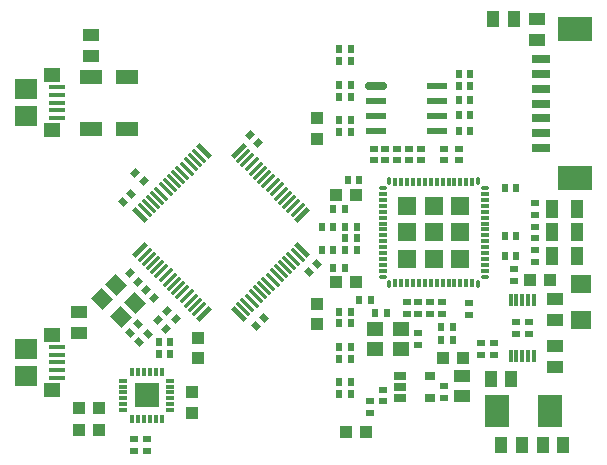
<source format=gtp>
G04 Layer_Color=8421504*
%FSLAX44Y44*%
%MOMM*%
G71*
G01*
G75*
%ADD10R,1.4000X1.1000*%
%ADD11R,1.9000X1.2000*%
%ADD12R,1.4000X1.2000*%
G04:AMPARAMS|DCode=13|XSize=1.4mm|YSize=1.2mm|CornerRadius=0mm|HoleSize=0mm|Usage=FLASHONLY|Rotation=315.000|XOffset=0mm|YOffset=0mm|HoleType=Round|Shape=Rectangle|*
%AMROTATEDRECTD13*
4,1,4,-0.9192,0.0707,-0.0707,0.9192,0.9192,-0.0707,0.0707,-0.9192,-0.9192,0.0707,0.0*
%
%ADD13ROTATEDRECTD13*%

%ADD14R,0.9000X0.6900*%
%ADD15R,0.9900X0.6900*%
%ADD16R,0.3000X1.0000*%
%ADD18R,0.6350X0.5000*%
%ADD19R,0.5000X0.6350*%
G04:AMPARAMS|DCode=20|XSize=0.635mm|YSize=0.5mm|CornerRadius=0mm|HoleSize=0mm|Usage=FLASHONLY|Rotation=45.000|XOffset=0mm|YOffset=0mm|HoleType=Round|Shape=Rectangle|*
%AMROTATEDRECTD20*
4,1,4,-0.0477,-0.4013,-0.4013,-0.0477,0.0477,0.4013,0.4013,0.0477,-0.0477,-0.4013,0.0*
%
%ADD20ROTATEDRECTD20*%

%ADD21R,1.1000X1.4000*%
%ADD22R,1.1000X1.0000*%
%ADD23R,1.0000X1.1000*%
G04:AMPARAMS|DCode=24|XSize=0.635mm|YSize=0.5mm|CornerRadius=0mm|HoleSize=0mm|Usage=FLASHONLY|Rotation=315.000|XOffset=0mm|YOffset=0mm|HoleType=Round|Shape=Rectangle|*
%AMROTATEDRECTD24*
4,1,4,-0.4013,0.0477,-0.0477,0.4013,0.4013,-0.0477,0.0477,-0.4013,-0.4013,0.0477,0.0*
%
%ADD24ROTATEDRECTD24*%

%ADD25R,1.9000X1.7500*%
%ADD26R,1.4000X0.4000*%
%ADD27R,1.4500X1.1500*%
%ADD28R,1.6000X0.8000*%
%ADD29R,3.0000X2.1000*%
%ADD30R,1.8000X0.6000*%
G04:AMPARAMS|DCode=31|XSize=0.6mm|YSize=1.8mm|CornerRadius=0.15mm|HoleSize=0mm|Usage=FLASHONLY|Rotation=90.000|XOffset=0mm|YOffset=0mm|HoleType=Round|Shape=RoundedRectangle|*
%AMROUNDEDRECTD31*
21,1,0.6000,1.5000,0,0,90.0*
21,1,0.3000,1.8000,0,0,90.0*
1,1,0.3000,0.7500,0.1500*
1,1,0.3000,0.7500,-0.1500*
1,1,0.3000,-0.7500,-0.1500*
1,1,0.3000,-0.7500,0.1500*
%
%ADD31ROUNDEDRECTD31*%
%ADD33R,0.7500X0.3000*%
%ADD34R,0.3000X0.7500*%
G04:AMPARAMS|DCode=36|XSize=0.28mm|YSize=0.69mm|CornerRadius=0.042mm|HoleSize=0mm|Usage=FLASHONLY|Rotation=90.000|XOffset=0mm|YOffset=0mm|HoleType=Round|Shape=RoundedRectangle|*
%AMROUNDEDRECTD36*
21,1,0.2800,0.6060,0,0,90.0*
21,1,0.1960,0.6900,0,0,90.0*
1,1,0.0840,0.3030,0.0980*
1,1,0.0840,0.3030,-0.0980*
1,1,0.0840,-0.3030,-0.0980*
1,1,0.0840,-0.3030,0.0980*
%
%ADD36ROUNDEDRECTD36*%
G04:AMPARAMS|DCode=37|XSize=0.28mm|YSize=0.64mm|CornerRadius=0.042mm|HoleSize=0mm|Usage=FLASHONLY|Rotation=90.000|XOffset=0mm|YOffset=0mm|HoleType=Round|Shape=RoundedRectangle|*
%AMROUNDEDRECTD37*
21,1,0.2800,0.5560,0,0,90.0*
21,1,0.1960,0.6400,0,0,90.0*
1,1,0.0840,0.2780,0.0980*
1,1,0.0840,0.2780,-0.0980*
1,1,0.0840,-0.2780,-0.0980*
1,1,0.0840,-0.2780,0.0980*
%
%ADD37ROUNDEDRECTD37*%
G04:AMPARAMS|DCode=38|XSize=0.28mm|YSize=0.69mm|CornerRadius=0.042mm|HoleSize=0mm|Usage=FLASHONLY|Rotation=0.000|XOffset=0mm|YOffset=0mm|HoleType=Round|Shape=RoundedRectangle|*
%AMROUNDEDRECTD38*
21,1,0.2800,0.6060,0,0,0.0*
21,1,0.1960,0.6900,0,0,0.0*
1,1,0.0840,0.0980,-0.3030*
1,1,0.0840,-0.0980,-0.3030*
1,1,0.0840,-0.0980,0.3030*
1,1,0.0840,0.0980,0.3030*
%
%ADD38ROUNDEDRECTD38*%
G04:AMPARAMS|DCode=39|XSize=0.28mm|YSize=0.64mm|CornerRadius=0.042mm|HoleSize=0mm|Usage=FLASHONLY|Rotation=0.000|XOffset=0mm|YOffset=0mm|HoleType=Round|Shape=RoundedRectangle|*
%AMROUNDEDRECTD39*
21,1,0.2800,0.5560,0,0,0.0*
21,1,0.1960,0.6400,0,0,0.0*
1,1,0.0840,0.0980,-0.2780*
1,1,0.0840,-0.0980,-0.2780*
1,1,0.0840,-0.0980,0.2780*
1,1,0.0840,0.0980,0.2780*
%
%ADD39ROUNDEDRECTD39*%
G04:AMPARAMS|DCode=40|XSize=1.5mm|YSize=0.28mm|CornerRadius=0mm|HoleSize=0mm|Usage=FLASHONLY|Rotation=45.000|XOffset=0mm|YOffset=0mm|HoleType=Round|Shape=Rectangle|*
%AMROTATEDRECTD40*
4,1,4,-0.4313,-0.6293,-0.6293,-0.4313,0.4313,0.6293,0.6293,0.4313,-0.4313,-0.6293,0.0*
%
%ADD40ROTATEDRECTD40*%

G04:AMPARAMS|DCode=41|XSize=1.5mm|YSize=0.4mm|CornerRadius=0mm|HoleSize=0mm|Usage=FLASHONLY|Rotation=45.000|XOffset=0mm|YOffset=0mm|HoleType=Round|Shape=Rectangle|*
%AMROTATEDRECTD41*
4,1,4,-0.3889,-0.6717,-0.6717,-0.3889,0.3889,0.6717,0.6717,0.3889,-0.3889,-0.6717,0.0*
%
%ADD41ROTATEDRECTD41*%

G04:AMPARAMS|DCode=42|XSize=1.5mm|YSize=0.28mm|CornerRadius=0mm|HoleSize=0mm|Usage=FLASHONLY|Rotation=315.000|XOffset=0mm|YOffset=0mm|HoleType=Round|Shape=Rectangle|*
%AMROTATEDRECTD42*
4,1,4,-0.6293,0.4313,-0.4313,0.6293,0.6293,-0.4313,0.4313,-0.6293,-0.6293,0.4313,0.0*
%
%ADD42ROTATEDRECTD42*%

G04:AMPARAMS|DCode=43|XSize=1.5mm|YSize=0.4mm|CornerRadius=0mm|HoleSize=0mm|Usage=FLASHONLY|Rotation=315.000|XOffset=0mm|YOffset=0mm|HoleType=Round|Shape=Rectangle|*
%AMROTATEDRECTD43*
4,1,4,-0.6717,0.3889,-0.3889,0.6717,0.6717,-0.3889,0.3889,-0.6717,-0.6717,0.3889,0.0*
%
%ADD43ROTATEDRECTD43*%

%ADD44R,2.1590X2.7430*%
%ADD45R,1.8000X1.6000*%
%ADD46R,1.1000X1.5000*%
%ADD80R,0.7000X0.6000*%
%ADD81R,0.7000X0.6000*%
%ADD82R,2.0000X2.0000*%
%ADD83R,1.5000X1.5000*%
%ADD84R,1.5000X1.5000*%
D10*
X70000Y149250D02*
D03*
Y166750D02*
D03*
X384000Y-138750D02*
D03*
Y-121250D02*
D03*
X60000Y-85000D02*
D03*
Y-67500D02*
D03*
X447000Y180750D02*
D03*
Y163250D02*
D03*
X463000Y-56250D02*
D03*
Y-73750D02*
D03*
Y-113750D02*
D03*
Y-96250D02*
D03*
D11*
X100000Y132000D02*
D03*
X100000Y88000D02*
D03*
X70000Y88000D02*
D03*
Y132000D02*
D03*
D12*
X309932Y-81452D02*
D03*
Y-98451D02*
D03*
X331931Y-81452D02*
D03*
Y-98451D02*
D03*
D13*
X94768Y-71789D02*
D03*
X106789Y-59768D02*
D03*
X79211Y-56232D02*
D03*
X91232Y-44211D02*
D03*
D14*
X356950Y-121500D02*
D03*
Y-140500D02*
D03*
D15*
X331050Y-121500D02*
D03*
Y-131000D02*
D03*
Y-140500D02*
D03*
D16*
X435000Y-105000D02*
D03*
X430000D02*
D03*
X425000D02*
D03*
X440000D02*
D03*
X445000D02*
D03*
Y-57000D02*
D03*
X440000D02*
D03*
X425000D02*
D03*
X430000D02*
D03*
X435000D02*
D03*
D18*
X317000Y-133000D02*
D03*
Y-143000D02*
D03*
X306000Y-143000D02*
D03*
Y-153000D02*
D03*
X349000Y61000D02*
D03*
Y71000D02*
D03*
X339000D02*
D03*
Y61000D02*
D03*
X117000Y-175000D02*
D03*
Y-185000D02*
D03*
X309000Y71000D02*
D03*
Y61000D02*
D03*
X329000Y71000D02*
D03*
Y61000D02*
D03*
X411000Y-94000D02*
D03*
Y-104000D02*
D03*
X400000D02*
D03*
Y-94000D02*
D03*
X369000Y-130000D02*
D03*
Y-140000D02*
D03*
X367000Y-69000D02*
D03*
Y-59000D02*
D03*
X337000D02*
D03*
Y-69000D02*
D03*
X390000Y-60000D02*
D03*
Y-70000D02*
D03*
X346431Y-84952D02*
D03*
Y-94952D02*
D03*
X369000Y61000D02*
D03*
Y71000D02*
D03*
X381000Y61000D02*
D03*
Y71000D02*
D03*
X319000Y61000D02*
D03*
Y71000D02*
D03*
X347000Y-59000D02*
D03*
Y-69000D02*
D03*
X357000Y-59000D02*
D03*
Y-69000D02*
D03*
X106000Y-175000D02*
D03*
Y-185000D02*
D03*
X428000Y-41000D02*
D03*
Y-31000D02*
D03*
X446000Y25000D02*
D03*
Y15000D02*
D03*
Y5000D02*
D03*
Y-5000D02*
D03*
Y-15000D02*
D03*
Y-25000D02*
D03*
D19*
X391000Y112000D02*
D03*
X381000D02*
D03*
X376000Y-91000D02*
D03*
X366000D02*
D03*
X381000Y99031D02*
D03*
X391000D02*
D03*
X381000Y86031D02*
D03*
X391000D02*
D03*
X280000Y-77000D02*
D03*
X290000D02*
D03*
X280000Y-107000D02*
D03*
X290000D02*
D03*
X280000Y-127000D02*
D03*
X290000D02*
D03*
X280000Y-97000D02*
D03*
X290000D02*
D03*
X137000Y-103000D02*
D03*
X127000D02*
D03*
X285000Y-5000D02*
D03*
X295000D02*
D03*
X137000Y-93000D02*
D03*
X127000D02*
D03*
X280000Y145000D02*
D03*
X290000D02*
D03*
X280000Y115000D02*
D03*
X290000D02*
D03*
X280000Y95000D02*
D03*
X290000D02*
D03*
X280000Y125000D02*
D03*
X290000D02*
D03*
X265000Y-15000D02*
D03*
X275000D02*
D03*
X420000Y-19647D02*
D03*
X430000D02*
D03*
X420000Y38000D02*
D03*
X430000D02*
D03*
X320431Y-67952D02*
D03*
X310431D02*
D03*
X275000Y-30000D02*
D03*
X285000D02*
D03*
X265000Y5000D02*
D03*
X275000D02*
D03*
X275000Y20000D02*
D03*
X285000D02*
D03*
X297000Y-57000D02*
D03*
X307000D02*
D03*
X297000Y44000D02*
D03*
X287000D02*
D03*
X290000Y85000D02*
D03*
X280000D02*
D03*
X290000Y155000D02*
D03*
X280000D02*
D03*
X295000Y-15000D02*
D03*
X285000D02*
D03*
X295000Y5000D02*
D03*
X285000D02*
D03*
X420000Y-3000D02*
D03*
X430000D02*
D03*
X376000Y-80000D02*
D03*
X366000D02*
D03*
X381000Y134000D02*
D03*
X391000D02*
D03*
X290000Y-67000D02*
D03*
X280000D02*
D03*
X290000Y-137000D02*
D03*
X280000D02*
D03*
X381000Y124000D02*
D03*
X391000D02*
D03*
D20*
X107465Y50535D02*
D03*
X114536Y43464D02*
D03*
X204464Y82535D02*
D03*
X211535Y75465D02*
D03*
X109536Y-41536D02*
D03*
X102465Y-34464D02*
D03*
X116465Y-48464D02*
D03*
X123535Y-55535D02*
D03*
X133535Y-81536D02*
D03*
X126465Y-74465D02*
D03*
X141536Y-73535D02*
D03*
X134465Y-66465D02*
D03*
D21*
X408250Y-124000D02*
D03*
X425750D02*
D03*
X452250Y-180000D02*
D03*
X469750D02*
D03*
X434750D02*
D03*
X417250D02*
D03*
X427750Y181000D02*
D03*
X410250D02*
D03*
D22*
X458500Y-40000D02*
D03*
X441500D02*
D03*
X277500Y32000D02*
D03*
X294500D02*
D03*
X277500Y-42000D02*
D03*
X294500D02*
D03*
X285500Y-169000D02*
D03*
X302500D02*
D03*
X367500Y-106000D02*
D03*
X384500D02*
D03*
X76500Y-167000D02*
D03*
X59500D02*
D03*
X76500Y-149000D02*
D03*
X59500D02*
D03*
D23*
X261000Y-77500D02*
D03*
Y-60500D02*
D03*
Y96500D02*
D03*
Y79500D02*
D03*
X160000Y-106500D02*
D03*
Y-89500D02*
D03*
X155000Y-135500D02*
D03*
Y-152500D02*
D03*
D24*
X109879Y-77808D02*
D03*
X102808Y-84879D02*
D03*
X117879Y-85808D02*
D03*
X110808Y-92879D02*
D03*
X96465Y25464D02*
D03*
X103535Y32536D02*
D03*
X261535Y-26465D02*
D03*
X254464Y-33535D02*
D03*
X216535Y-72464D02*
D03*
X209464Y-79535D02*
D03*
D25*
X14500Y-121250D02*
D03*
Y-98750D02*
D03*
Y98750D02*
D03*
Y121250D02*
D03*
D26*
X41000Y-110000D02*
D03*
Y-103500D02*
D03*
Y-97000D02*
D03*
Y-116500D02*
D03*
Y-123000D02*
D03*
Y110000D02*
D03*
Y116500D02*
D03*
Y123000D02*
D03*
Y103500D02*
D03*
Y97000D02*
D03*
D27*
X36800Y-86500D02*
D03*
Y-133500D02*
D03*
Y133500D02*
D03*
Y86500D02*
D03*
D28*
X451000Y146500D02*
D03*
Y96500D02*
D03*
Y84000D02*
D03*
Y71500D02*
D03*
Y134000D02*
D03*
Y121500D02*
D03*
Y109000D02*
D03*
D29*
X480000Y172000D02*
D03*
Y46000D02*
D03*
D30*
X363000Y124050D02*
D03*
Y111350D02*
D03*
Y98650D02*
D03*
Y85950D02*
D03*
X311000D02*
D03*
Y98650D02*
D03*
Y111350D02*
D03*
D31*
Y124050D02*
D03*
D33*
X97000Y-135500D02*
D03*
Y-130500D02*
D03*
Y-125500D02*
D03*
Y-150500D02*
D03*
Y-145500D02*
D03*
Y-140500D02*
D03*
X137000D02*
D03*
Y-145500D02*
D03*
Y-150500D02*
D03*
Y-125500D02*
D03*
Y-130500D02*
D03*
Y-135500D02*
D03*
D34*
X119500Y-118000D02*
D03*
X124500D02*
D03*
X129500D02*
D03*
X104500D02*
D03*
X109500D02*
D03*
X114500D02*
D03*
X119500Y-158000D02*
D03*
X124500D02*
D03*
X129500D02*
D03*
X104500D02*
D03*
X109500D02*
D03*
X114500D02*
D03*
D36*
X316900Y2500D02*
D03*
Y7500D02*
D03*
Y12500D02*
D03*
Y17500D02*
D03*
Y22500D02*
D03*
Y27500D02*
D03*
Y32500D02*
D03*
Y-32500D02*
D03*
Y-27500D02*
D03*
Y-22500D02*
D03*
Y-17500D02*
D03*
Y-12500D02*
D03*
Y-7500D02*
D03*
Y-2500D02*
D03*
X403100Y2500D02*
D03*
Y7500D02*
D03*
Y12500D02*
D03*
Y17500D02*
D03*
Y22500D02*
D03*
Y27500D02*
D03*
Y32500D02*
D03*
Y-32500D02*
D03*
Y-27500D02*
D03*
Y-22500D02*
D03*
Y-17500D02*
D03*
Y-12500D02*
D03*
Y-7500D02*
D03*
Y-2500D02*
D03*
D37*
X316700Y37500D02*
D03*
Y-37500D02*
D03*
X403300Y37500D02*
D03*
Y-37500D02*
D03*
D38*
X362500Y-43100D02*
D03*
X367500D02*
D03*
X372500D02*
D03*
X377500D02*
D03*
X382500D02*
D03*
X387500D02*
D03*
X392500D02*
D03*
X327500D02*
D03*
X332500D02*
D03*
X337500D02*
D03*
X342500D02*
D03*
X347500D02*
D03*
X352500D02*
D03*
X357500D02*
D03*
Y43100D02*
D03*
X352500D02*
D03*
X347500D02*
D03*
X342500D02*
D03*
X337500D02*
D03*
X332500D02*
D03*
X327500D02*
D03*
X392500D02*
D03*
X387500D02*
D03*
X382500D02*
D03*
X377500D02*
D03*
X372500D02*
D03*
X367500D02*
D03*
X362500D02*
D03*
D39*
X397500Y-43300D02*
D03*
X322500D02*
D03*
Y43300D02*
D03*
X397500D02*
D03*
D40*
X219951Y43487D02*
D03*
X216416Y47023D02*
D03*
X212880Y50558D02*
D03*
X223487Y39952D02*
D03*
X227023Y36416D02*
D03*
X230558Y32880D02*
D03*
X209345Y54094D02*
D03*
X205809Y57629D02*
D03*
X202274Y61165D02*
D03*
X198738Y64700D02*
D03*
X234094Y29345D02*
D03*
X237629Y25809D02*
D03*
X241165Y22274D02*
D03*
X244700Y18738D02*
D03*
X140049Y-43487D02*
D03*
X143584Y-47023D02*
D03*
X147120Y-50558D02*
D03*
X136513Y-39952D02*
D03*
X132977Y-36416D02*
D03*
X129442Y-32880D02*
D03*
X150655Y-54094D02*
D03*
X154191Y-57629D02*
D03*
X157726Y-61165D02*
D03*
X161262Y-64700D02*
D03*
X125906Y-29345D02*
D03*
X122371Y-25809D02*
D03*
X118835Y-22274D02*
D03*
X115300Y-18738D02*
D03*
D41*
X194778Y68660D02*
D03*
X248660Y14778D02*
D03*
X165222Y-68660D02*
D03*
X111340Y-14778D02*
D03*
D42*
X223487Y-39952D02*
D03*
X227023Y-36416D02*
D03*
X230558Y-32880D02*
D03*
X219951Y-43487D02*
D03*
X216416Y-47023D02*
D03*
X212880Y-50558D02*
D03*
X234094Y-29345D02*
D03*
X237629Y-25809D02*
D03*
X241165Y-22274D02*
D03*
X244700Y-18738D02*
D03*
X209345Y-54094D02*
D03*
X205809Y-57629D02*
D03*
X202274Y-61165D02*
D03*
X198738Y-64700D02*
D03*
X161262Y64700D02*
D03*
X157726Y61165D02*
D03*
X154191Y57629D02*
D03*
X150655Y54094D02*
D03*
X115300Y18738D02*
D03*
X118835Y22274D02*
D03*
X122371Y25809D02*
D03*
X125906Y29345D02*
D03*
X147120Y50558D02*
D03*
X143584Y47023D02*
D03*
X140049Y43487D02*
D03*
X129442Y32880D02*
D03*
X132977Y36416D02*
D03*
X136513Y39952D02*
D03*
D43*
X248660Y-14778D02*
D03*
X194778Y-68660D02*
D03*
X165222Y68660D02*
D03*
X111340Y14778D02*
D03*
D44*
X413900Y-151000D02*
D03*
X458100D02*
D03*
D45*
X485000Y-74000D02*
D03*
Y-44000D02*
D03*
D46*
X460500Y20000D02*
D03*
X481500D02*
D03*
X460500Y0D02*
D03*
X481500D02*
D03*
X460500Y-20000D02*
D03*
X481500D02*
D03*
D80*
X440500Y-76000D02*
D03*
X429500Y-76000D02*
D03*
X429500Y-86000D02*
D03*
D81*
X440500Y-86000D02*
D03*
D82*
X117000Y-138000D02*
D03*
D83*
X360000Y0D02*
D03*
X337500Y-0D02*
D03*
X360000Y22500D02*
D03*
X382500Y-22500D02*
D03*
X382500Y22500D02*
D03*
D84*
X360000Y-22500D02*
D03*
X337500Y-22500D02*
D03*
X337500Y22500D02*
D03*
X382500Y-0D02*
D03*
M02*

</source>
